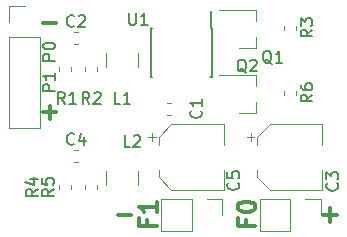
<source format=gbr>
G04 #@! TF.GenerationSoftware,KiCad,Pcbnew,(5.0.1-dev-70-gb7b125d83)*
G04 #@! TF.CreationDate,2018-10-12T16:43:48+02:00*
G04 #@! TF.ProjectId,pwm-fan-control,70776D2D66616E2D636F6E74726F6C2E,rev?*
G04 #@! TF.SameCoordinates,Original*
G04 #@! TF.FileFunction,Legend,Top*
G04 #@! TF.FilePolarity,Positive*
%FSLAX46Y46*%
G04 Gerber Fmt 4.6, Leading zero omitted, Abs format (unit mm)*
G04 Created by KiCad (PCBNEW (5.0.1-dev-70-gb7b125d83)) date 10/12/18 16:43:48*
%MOMM*%
%LPD*%
G01*
G04 APERTURE LIST*
%ADD10C,0.300000*%
%ADD11C,0.200000*%
%ADD12C,0.120000*%
%ADD13C,0.150000*%
G04 APERTURE END LIST*
D10*
X134178571Y-50157142D02*
X135321428Y-50157142D01*
X134750000Y-50728571D02*
X134750000Y-49585714D01*
D11*
X135202380Y-48338095D02*
X134202380Y-48338095D01*
X134202380Y-47957142D01*
X134250000Y-47861904D01*
X134297619Y-47814285D01*
X134392857Y-47766666D01*
X134535714Y-47766666D01*
X134630952Y-47814285D01*
X134678571Y-47861904D01*
X134726190Y-47957142D01*
X134726190Y-48338095D01*
X135202380Y-46814285D02*
X135202380Y-47385714D01*
X135202380Y-47100000D02*
X134202380Y-47100000D01*
X134345238Y-47195238D01*
X134440476Y-47290476D01*
X134488095Y-47385714D01*
X135202380Y-45788095D02*
X134202380Y-45788095D01*
X134202380Y-45407142D01*
X134250000Y-45311904D01*
X134297619Y-45264285D01*
X134392857Y-45216666D01*
X134535714Y-45216666D01*
X134630952Y-45264285D01*
X134678571Y-45311904D01*
X134726190Y-45407142D01*
X134726190Y-45788095D01*
X134202380Y-44597619D02*
X134202380Y-44502380D01*
X134250000Y-44407142D01*
X134297619Y-44359523D01*
X134392857Y-44311904D01*
X134583333Y-44264285D01*
X134821428Y-44264285D01*
X135011904Y-44311904D01*
X135107142Y-44359523D01*
X135154761Y-44407142D01*
X135202380Y-44502380D01*
X135202380Y-44597619D01*
X135154761Y-44692857D01*
X135107142Y-44740476D01*
X135011904Y-44788095D01*
X134821428Y-44835714D01*
X134583333Y-44835714D01*
X134392857Y-44788095D01*
X134297619Y-44740476D01*
X134250000Y-44692857D01*
X134202380Y-44597619D01*
D10*
X134178571Y-42607142D02*
X135321428Y-42607142D01*
X157928571Y-58857142D02*
X159071428Y-58857142D01*
X158500000Y-59428571D02*
X158500000Y-58285714D01*
X140528571Y-58857142D02*
X141671428Y-58857142D01*
X143042857Y-59300000D02*
X143042857Y-59800000D01*
X143828571Y-59800000D02*
X142328571Y-59800000D01*
X142328571Y-59085714D01*
X143828571Y-57728571D02*
X143828571Y-58585714D01*
X143828571Y-58157142D02*
X142328571Y-58157142D01*
X142542857Y-58300000D01*
X142685714Y-58442857D01*
X142757142Y-58585714D01*
X151392857Y-59300000D02*
X151392857Y-59800000D01*
X152178571Y-59800000D02*
X150678571Y-59800000D01*
X150678571Y-59085714D01*
X150678571Y-58228571D02*
X150678571Y-58085714D01*
X150750000Y-57942857D01*
X150821428Y-57871428D01*
X150964285Y-57800000D01*
X151250000Y-57728571D01*
X151607142Y-57728571D01*
X151892857Y-57800000D01*
X152035714Y-57871428D01*
X152107142Y-57942857D01*
X152178571Y-58085714D01*
X152178571Y-58228571D01*
X152107142Y-58371428D01*
X152035714Y-58442857D01*
X151892857Y-58514285D01*
X151607142Y-58585714D01*
X151250000Y-58585714D01*
X150964285Y-58514285D01*
X150821428Y-58442857D01*
X150750000Y-58371428D01*
X150678571Y-58228571D01*
D12*
G04 #@! TO.C,L2*
X142260000Y-56302064D02*
X142260000Y-55097936D01*
X139540000Y-56302064D02*
X139540000Y-55097936D01*
G04 #@! TO.C,R6*
X155610000Y-48671267D02*
X155610000Y-48328733D01*
X154590000Y-48671267D02*
X154590000Y-48328733D01*
G04 #@! TO.C,R4*
X135590000Y-56328733D02*
X135590000Y-56671267D01*
X136610000Y-56328733D02*
X136610000Y-56671267D01*
G04 #@! TO.C,Q2*
X152260000Y-50180000D02*
X150800000Y-50180000D01*
X152260000Y-47020000D02*
X149100000Y-47020000D01*
X152260000Y-47020000D02*
X152260000Y-47950000D01*
X152260000Y-50180000D02*
X152260000Y-49250000D01*
G04 #@! TO.C,J4*
X149380000Y-57520000D02*
X149380000Y-58850000D01*
X148050000Y-57520000D02*
X149380000Y-57520000D01*
X146780000Y-57520000D02*
X146780000Y-60180000D01*
X146780000Y-60180000D02*
X144180000Y-60180000D01*
X146780000Y-57520000D02*
X144180000Y-57520000D01*
X144180000Y-57520000D02*
X144180000Y-60180000D01*
G04 #@! TO.C,C5*
X143437500Y-51952500D02*
X143437500Y-52577500D01*
X143125000Y-52265000D02*
X143750000Y-52265000D01*
X143990000Y-55645563D02*
X145054437Y-56710000D01*
X143990000Y-52254437D02*
X145054437Y-51190000D01*
X143990000Y-52254437D02*
X143990000Y-52890000D01*
X143990000Y-55645563D02*
X143990000Y-55010000D01*
X145054437Y-56710000D02*
X149510000Y-56710000D01*
X145054437Y-51190000D02*
X149510000Y-51190000D01*
X149510000Y-51190000D02*
X149510000Y-52890000D01*
X149510000Y-56710000D02*
X149510000Y-55010000D01*
G04 #@! TO.C,C4*
X136828733Y-53390000D02*
X137171267Y-53390000D01*
X136828733Y-54410000D02*
X137171267Y-54410000D01*
G04 #@! TO.C,R5*
X137790000Y-56671267D02*
X137790000Y-56328733D01*
X138810000Y-56671267D02*
X138810000Y-56328733D01*
G04 #@! TO.C,C2*
X136828733Y-44410000D02*
X137171267Y-44410000D01*
X136828733Y-43390000D02*
X137171267Y-43390000D01*
G04 #@! TO.C,C3*
X157860000Y-56710000D02*
X157860000Y-55010000D01*
X157860000Y-51190000D02*
X157860000Y-52890000D01*
X153404437Y-51190000D02*
X157860000Y-51190000D01*
X153404437Y-56710000D02*
X157860000Y-56710000D01*
X152340000Y-55645563D02*
X152340000Y-55010000D01*
X152340000Y-52254437D02*
X152340000Y-52890000D01*
X152340000Y-52254437D02*
X153404437Y-51190000D01*
X152340000Y-55645563D02*
X153404437Y-56710000D01*
X151475000Y-52265000D02*
X152100000Y-52265000D01*
X151787500Y-51952500D02*
X151787500Y-52577500D01*
G04 #@! TO.C,J1*
X152530000Y-57520000D02*
X152530000Y-60180000D01*
X155130000Y-57520000D02*
X152530000Y-57520000D01*
X155130000Y-60180000D02*
X152530000Y-60180000D01*
X155130000Y-57520000D02*
X155130000Y-60180000D01*
X156400000Y-57520000D02*
X157730000Y-57520000D01*
X157730000Y-57520000D02*
X157730000Y-58850000D01*
G04 #@! TO.C,L1*
X139540000Y-46302064D02*
X139540000Y-45097936D01*
X142260000Y-46302064D02*
X142260000Y-45097936D01*
G04 #@! TO.C,Q1*
X152260000Y-44680000D02*
X152260000Y-43750000D01*
X152260000Y-41520000D02*
X152260000Y-42450000D01*
X152260000Y-41520000D02*
X149100000Y-41520000D01*
X152260000Y-44680000D02*
X150800000Y-44680000D01*
G04 #@! TO.C,R1*
X136610000Y-46328733D02*
X136610000Y-46671267D01*
X135590000Y-46328733D02*
X135590000Y-46671267D01*
G04 #@! TO.C,R2*
X138810000Y-46671267D02*
X138810000Y-46328733D01*
X137790000Y-46671267D02*
X137790000Y-46328733D01*
G04 #@! TO.C,R3*
X154590000Y-43171267D02*
X154590000Y-42828733D01*
X155610000Y-43171267D02*
X155610000Y-42828733D01*
D13*
G04 #@! TO.C,U1*
X148475000Y-43025000D02*
X148425000Y-43025000D01*
X148475000Y-47175000D02*
X148330000Y-47175000D01*
X143325000Y-47175000D02*
X143470000Y-47175000D01*
X143325000Y-43025000D02*
X143470000Y-43025000D01*
X148475000Y-43025000D02*
X148475000Y-47175000D01*
X143325000Y-43025000D02*
X143325000Y-47175000D01*
X148425000Y-43025000D02*
X148425000Y-41625000D01*
D12*
G04 #@! TO.C,C1*
X144678733Y-49390000D02*
X145021267Y-49390000D01*
X144678733Y-50410000D02*
X145021267Y-50410000D01*
G04 #@! TO.C,J2*
X131320000Y-51450000D02*
X133980000Y-51450000D01*
X131320000Y-43770000D02*
X131320000Y-51450000D01*
X133980000Y-43770000D02*
X133980000Y-51450000D01*
X131320000Y-43770000D02*
X133980000Y-43770000D01*
X131320000Y-42500000D02*
X131320000Y-41170000D01*
X131320000Y-41170000D02*
X132650000Y-41170000D01*
G04 #@! TO.C,L2*
D13*
X141583333Y-53102380D02*
X141107142Y-53102380D01*
X141107142Y-52102380D01*
X141869047Y-52197619D02*
X141916666Y-52150000D01*
X142011904Y-52102380D01*
X142250000Y-52102380D01*
X142345238Y-52150000D01*
X142392857Y-52197619D01*
X142440476Y-52292857D01*
X142440476Y-52388095D01*
X142392857Y-52530952D01*
X141821428Y-53102380D01*
X142440476Y-53102380D01*
G04 #@! TO.C,R6*
X157002380Y-48666666D02*
X156526190Y-49000000D01*
X157002380Y-49238095D02*
X156002380Y-49238095D01*
X156002380Y-48857142D01*
X156050000Y-48761904D01*
X156097619Y-48714285D01*
X156192857Y-48666666D01*
X156335714Y-48666666D01*
X156430952Y-48714285D01*
X156478571Y-48761904D01*
X156526190Y-48857142D01*
X156526190Y-49238095D01*
X156002380Y-47809523D02*
X156002380Y-48000000D01*
X156050000Y-48095238D01*
X156097619Y-48142857D01*
X156240476Y-48238095D01*
X156430952Y-48285714D01*
X156811904Y-48285714D01*
X156907142Y-48238095D01*
X156954761Y-48190476D01*
X157002380Y-48095238D01*
X157002380Y-47904761D01*
X156954761Y-47809523D01*
X156907142Y-47761904D01*
X156811904Y-47714285D01*
X156573809Y-47714285D01*
X156478571Y-47761904D01*
X156430952Y-47809523D01*
X156383333Y-47904761D01*
X156383333Y-48095238D01*
X156430952Y-48190476D01*
X156478571Y-48238095D01*
X156573809Y-48285714D01*
G04 #@! TO.C,R4*
X133752380Y-56666666D02*
X133276190Y-57000000D01*
X133752380Y-57238095D02*
X132752380Y-57238095D01*
X132752380Y-56857142D01*
X132800000Y-56761904D01*
X132847619Y-56714285D01*
X132942857Y-56666666D01*
X133085714Y-56666666D01*
X133180952Y-56714285D01*
X133228571Y-56761904D01*
X133276190Y-56857142D01*
X133276190Y-57238095D01*
X133085714Y-55809523D02*
X133752380Y-55809523D01*
X132704761Y-56047619D02*
X133419047Y-56285714D01*
X133419047Y-55666666D01*
G04 #@! TO.C,Q2*
X151404761Y-46797619D02*
X151309523Y-46750000D01*
X151214285Y-46654761D01*
X151071428Y-46511904D01*
X150976190Y-46464285D01*
X150880952Y-46464285D01*
X150928571Y-46702380D02*
X150833333Y-46654761D01*
X150738095Y-46559523D01*
X150690476Y-46369047D01*
X150690476Y-46035714D01*
X150738095Y-45845238D01*
X150833333Y-45750000D01*
X150928571Y-45702380D01*
X151119047Y-45702380D01*
X151214285Y-45750000D01*
X151309523Y-45845238D01*
X151357142Y-46035714D01*
X151357142Y-46369047D01*
X151309523Y-46559523D01*
X151214285Y-46654761D01*
X151119047Y-46702380D01*
X150928571Y-46702380D01*
X151738095Y-45797619D02*
X151785714Y-45750000D01*
X151880952Y-45702380D01*
X152119047Y-45702380D01*
X152214285Y-45750000D01*
X152261904Y-45797619D01*
X152309523Y-45892857D01*
X152309523Y-45988095D01*
X152261904Y-46130952D01*
X151690476Y-46702380D01*
X152309523Y-46702380D01*
G04 #@! TO.C,C5*
X150707142Y-56116666D02*
X150754761Y-56164285D01*
X150802380Y-56307142D01*
X150802380Y-56402380D01*
X150754761Y-56545238D01*
X150659523Y-56640476D01*
X150564285Y-56688095D01*
X150373809Y-56735714D01*
X150230952Y-56735714D01*
X150040476Y-56688095D01*
X149945238Y-56640476D01*
X149850000Y-56545238D01*
X149802380Y-56402380D01*
X149802380Y-56307142D01*
X149850000Y-56164285D01*
X149897619Y-56116666D01*
X149802380Y-55211904D02*
X149802380Y-55688095D01*
X150278571Y-55735714D01*
X150230952Y-55688095D01*
X150183333Y-55592857D01*
X150183333Y-55354761D01*
X150230952Y-55259523D01*
X150278571Y-55211904D01*
X150373809Y-55164285D01*
X150611904Y-55164285D01*
X150707142Y-55211904D01*
X150754761Y-55259523D01*
X150802380Y-55354761D01*
X150802380Y-55592857D01*
X150754761Y-55688095D01*
X150707142Y-55735714D01*
G04 #@! TO.C,C4*
X136833333Y-52827142D02*
X136785714Y-52874761D01*
X136642857Y-52922380D01*
X136547619Y-52922380D01*
X136404761Y-52874761D01*
X136309523Y-52779523D01*
X136261904Y-52684285D01*
X136214285Y-52493809D01*
X136214285Y-52350952D01*
X136261904Y-52160476D01*
X136309523Y-52065238D01*
X136404761Y-51970000D01*
X136547619Y-51922380D01*
X136642857Y-51922380D01*
X136785714Y-51970000D01*
X136833333Y-52017619D01*
X137690476Y-52255714D02*
X137690476Y-52922380D01*
X137452380Y-51874761D02*
X137214285Y-52589047D01*
X137833333Y-52589047D01*
G04 #@! TO.C,R5*
X135102380Y-56666666D02*
X134626190Y-57000000D01*
X135102380Y-57238095D02*
X134102380Y-57238095D01*
X134102380Y-56857142D01*
X134150000Y-56761904D01*
X134197619Y-56714285D01*
X134292857Y-56666666D01*
X134435714Y-56666666D01*
X134530952Y-56714285D01*
X134578571Y-56761904D01*
X134626190Y-56857142D01*
X134626190Y-57238095D01*
X134102380Y-55761904D02*
X134102380Y-56238095D01*
X134578571Y-56285714D01*
X134530952Y-56238095D01*
X134483333Y-56142857D01*
X134483333Y-55904761D01*
X134530952Y-55809523D01*
X134578571Y-55761904D01*
X134673809Y-55714285D01*
X134911904Y-55714285D01*
X135007142Y-55761904D01*
X135054761Y-55809523D01*
X135102380Y-55904761D01*
X135102380Y-56142857D01*
X135054761Y-56238095D01*
X135007142Y-56285714D01*
G04 #@! TO.C,C2*
X136833333Y-42827142D02*
X136785714Y-42874761D01*
X136642857Y-42922380D01*
X136547619Y-42922380D01*
X136404761Y-42874761D01*
X136309523Y-42779523D01*
X136261904Y-42684285D01*
X136214285Y-42493809D01*
X136214285Y-42350952D01*
X136261904Y-42160476D01*
X136309523Y-42065238D01*
X136404761Y-41970000D01*
X136547619Y-41922380D01*
X136642857Y-41922380D01*
X136785714Y-41970000D01*
X136833333Y-42017619D01*
X137214285Y-42017619D02*
X137261904Y-41970000D01*
X137357142Y-41922380D01*
X137595238Y-41922380D01*
X137690476Y-41970000D01*
X137738095Y-42017619D01*
X137785714Y-42112857D01*
X137785714Y-42208095D01*
X137738095Y-42350952D01*
X137166666Y-42922380D01*
X137785714Y-42922380D01*
G04 #@! TO.C,C3*
X159107142Y-56166666D02*
X159154761Y-56214285D01*
X159202380Y-56357142D01*
X159202380Y-56452380D01*
X159154761Y-56595238D01*
X159059523Y-56690476D01*
X158964285Y-56738095D01*
X158773809Y-56785714D01*
X158630952Y-56785714D01*
X158440476Y-56738095D01*
X158345238Y-56690476D01*
X158250000Y-56595238D01*
X158202380Y-56452380D01*
X158202380Y-56357142D01*
X158250000Y-56214285D01*
X158297619Y-56166666D01*
X158202380Y-55833333D02*
X158202380Y-55214285D01*
X158583333Y-55547619D01*
X158583333Y-55404761D01*
X158630952Y-55309523D01*
X158678571Y-55261904D01*
X158773809Y-55214285D01*
X159011904Y-55214285D01*
X159107142Y-55261904D01*
X159154761Y-55309523D01*
X159202380Y-55404761D01*
X159202380Y-55690476D01*
X159154761Y-55785714D01*
X159107142Y-55833333D01*
G04 #@! TO.C,L1*
X140733333Y-49452380D02*
X140257142Y-49452380D01*
X140257142Y-48452380D01*
X141590476Y-49452380D02*
X141019047Y-49452380D01*
X141304761Y-49452380D02*
X141304761Y-48452380D01*
X141209523Y-48595238D01*
X141114285Y-48690476D01*
X141019047Y-48738095D01*
G04 #@! TO.C,Q1*
X153554761Y-46047619D02*
X153459523Y-46000000D01*
X153364285Y-45904761D01*
X153221428Y-45761904D01*
X153126190Y-45714285D01*
X153030952Y-45714285D01*
X153078571Y-45952380D02*
X152983333Y-45904761D01*
X152888095Y-45809523D01*
X152840476Y-45619047D01*
X152840476Y-45285714D01*
X152888095Y-45095238D01*
X152983333Y-45000000D01*
X153078571Y-44952380D01*
X153269047Y-44952380D01*
X153364285Y-45000000D01*
X153459523Y-45095238D01*
X153507142Y-45285714D01*
X153507142Y-45619047D01*
X153459523Y-45809523D01*
X153364285Y-45904761D01*
X153269047Y-45952380D01*
X153078571Y-45952380D01*
X154459523Y-45952380D02*
X153888095Y-45952380D01*
X154173809Y-45952380D02*
X154173809Y-44952380D01*
X154078571Y-45095238D01*
X153983333Y-45190476D01*
X153888095Y-45238095D01*
G04 #@! TO.C,R1*
X136033333Y-49452380D02*
X135700000Y-48976190D01*
X135461904Y-49452380D02*
X135461904Y-48452380D01*
X135842857Y-48452380D01*
X135938095Y-48500000D01*
X135985714Y-48547619D01*
X136033333Y-48642857D01*
X136033333Y-48785714D01*
X135985714Y-48880952D01*
X135938095Y-48928571D01*
X135842857Y-48976190D01*
X135461904Y-48976190D01*
X136985714Y-49452380D02*
X136414285Y-49452380D01*
X136700000Y-49452380D02*
X136700000Y-48452380D01*
X136604761Y-48595238D01*
X136509523Y-48690476D01*
X136414285Y-48738095D01*
G04 #@! TO.C,R2*
X138133333Y-49452380D02*
X137800000Y-48976190D01*
X137561904Y-49452380D02*
X137561904Y-48452380D01*
X137942857Y-48452380D01*
X138038095Y-48500000D01*
X138085714Y-48547619D01*
X138133333Y-48642857D01*
X138133333Y-48785714D01*
X138085714Y-48880952D01*
X138038095Y-48928571D01*
X137942857Y-48976190D01*
X137561904Y-48976190D01*
X138514285Y-48547619D02*
X138561904Y-48500000D01*
X138657142Y-48452380D01*
X138895238Y-48452380D01*
X138990476Y-48500000D01*
X139038095Y-48547619D01*
X139085714Y-48642857D01*
X139085714Y-48738095D01*
X139038095Y-48880952D01*
X138466666Y-49452380D01*
X139085714Y-49452380D01*
G04 #@! TO.C,R3*
X157002380Y-43166666D02*
X156526190Y-43500000D01*
X157002380Y-43738095D02*
X156002380Y-43738095D01*
X156002380Y-43357142D01*
X156050000Y-43261904D01*
X156097619Y-43214285D01*
X156192857Y-43166666D01*
X156335714Y-43166666D01*
X156430952Y-43214285D01*
X156478571Y-43261904D01*
X156526190Y-43357142D01*
X156526190Y-43738095D01*
X156002380Y-42833333D02*
X156002380Y-42214285D01*
X156383333Y-42547619D01*
X156383333Y-42404761D01*
X156430952Y-42309523D01*
X156478571Y-42261904D01*
X156573809Y-42214285D01*
X156811904Y-42214285D01*
X156907142Y-42261904D01*
X156954761Y-42309523D01*
X157002380Y-42404761D01*
X157002380Y-42690476D01*
X156954761Y-42785714D01*
X156907142Y-42833333D01*
G04 #@! TO.C,U1*
X141488095Y-41752380D02*
X141488095Y-42561904D01*
X141535714Y-42657142D01*
X141583333Y-42704761D01*
X141678571Y-42752380D01*
X141869047Y-42752380D01*
X141964285Y-42704761D01*
X142011904Y-42657142D01*
X142059523Y-42561904D01*
X142059523Y-41752380D01*
X143059523Y-42752380D02*
X142488095Y-42752380D01*
X142773809Y-42752380D02*
X142773809Y-41752380D01*
X142678571Y-41895238D01*
X142583333Y-41990476D01*
X142488095Y-42038095D01*
G04 #@! TO.C,C1*
X147557142Y-50016666D02*
X147604761Y-50064285D01*
X147652380Y-50207142D01*
X147652380Y-50302380D01*
X147604761Y-50445238D01*
X147509523Y-50540476D01*
X147414285Y-50588095D01*
X147223809Y-50635714D01*
X147080952Y-50635714D01*
X146890476Y-50588095D01*
X146795238Y-50540476D01*
X146700000Y-50445238D01*
X146652380Y-50302380D01*
X146652380Y-50207142D01*
X146700000Y-50064285D01*
X146747619Y-50016666D01*
X147652380Y-49064285D02*
X147652380Y-49635714D01*
X147652380Y-49350000D02*
X146652380Y-49350000D01*
X146795238Y-49445238D01*
X146890476Y-49540476D01*
X146938095Y-49635714D01*
G04 #@! TD*
M02*

</source>
